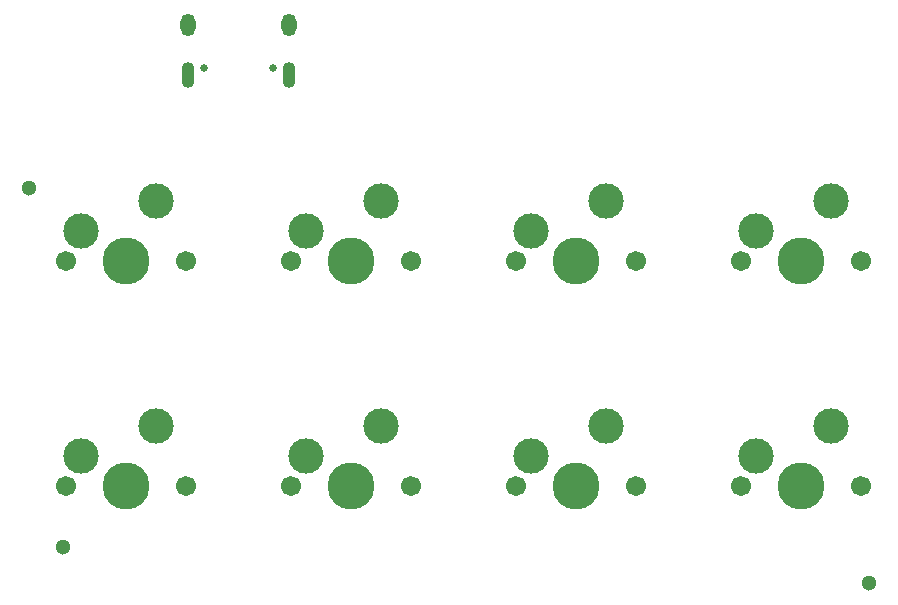
<source format=gbr>
%TF.GenerationSoftware,KiCad,Pcbnew,7.0.7*%
%TF.CreationDate,2024-01-12T23:19:41+09:00*%
%TF.ProjectId,Skeleton8,536b656c-6574-46f6-9e38-2e6b69636164,rev?*%
%TF.SameCoordinates,Original*%
%TF.FileFunction,Soldermask,Top*%
%TF.FilePolarity,Negative*%
%FSLAX46Y46*%
G04 Gerber Fmt 4.6, Leading zero omitted, Abs format (unit mm)*
G04 Created by KiCad (PCBNEW 7.0.7) date 2024-01-12 23:19:41*
%MOMM*%
%LPD*%
G01*
G04 APERTURE LIST*
%ADD10C,1.300000*%
%ADD11C,1.701800*%
%ADD12C,3.000000*%
%ADD13C,3.987800*%
%ADD14C,0.650000*%
%ADD15O,1.300000X1.900000*%
%ADD16O,1.100000X2.200000*%
G04 APERTURE END LIST*
D10*
%TO.C,H3*%
X120046250Y-84373750D03*
%TD*%
%TO.C,H2*%
X51796250Y-81313750D03*
%TD*%
%TO.C,H1*%
X48946250Y-50973750D03*
%TD*%
D11*
%TO.C,SW8*%
X119380000Y-76200000D03*
D12*
X116840000Y-71120000D03*
D13*
X114300000Y-76200000D03*
D12*
X110490000Y-73660000D03*
D11*
X109220000Y-76200000D03*
%TD*%
%TO.C,SW5*%
X62230000Y-76200000D03*
D12*
X59690000Y-71120000D03*
D13*
X57150000Y-76200000D03*
D12*
X53340000Y-73660000D03*
D11*
X52070000Y-76200000D03*
%TD*%
%TO.C,SW1*%
X62230000Y-57150000D03*
D12*
X59690000Y-52070000D03*
D13*
X57150000Y-57150000D03*
D12*
X53340000Y-54610000D03*
D11*
X52070000Y-57150000D03*
%TD*%
%TO.C,SW4*%
X119380000Y-57150000D03*
D12*
X116840000Y-52070000D03*
D13*
X114300000Y-57150000D03*
D12*
X110490000Y-54610000D03*
D11*
X109220000Y-57150000D03*
%TD*%
%TO.C,SW2*%
X81280000Y-57150000D03*
D12*
X78740000Y-52070000D03*
D13*
X76200000Y-57150000D03*
D12*
X72390000Y-54610000D03*
D11*
X71120000Y-57150000D03*
%TD*%
%TO.C,SW6*%
X81280000Y-76200000D03*
D12*
X78740000Y-71120000D03*
D13*
X76200000Y-76200000D03*
D12*
X72390000Y-73660000D03*
D11*
X71120000Y-76200000D03*
%TD*%
%TO.C,SW3*%
X100330000Y-57150000D03*
D12*
X97790000Y-52070000D03*
D13*
X95250000Y-57150000D03*
D12*
X91440000Y-54610000D03*
D11*
X90170000Y-57150000D03*
%TD*%
D14*
%TO.C,J1*%
X63785000Y-40799625D03*
X69565000Y-40799625D03*
D15*
X62375000Y-37150625D03*
D16*
X62375000Y-41350625D03*
D15*
X70975000Y-37150625D03*
D16*
X70975000Y-41350625D03*
%TD*%
D11*
%TO.C,SW7*%
X100330000Y-76200000D03*
D12*
X97790000Y-71120000D03*
D13*
X95250000Y-76200000D03*
D12*
X91440000Y-73660000D03*
D11*
X90170000Y-76200000D03*
%TD*%
M02*

</source>
